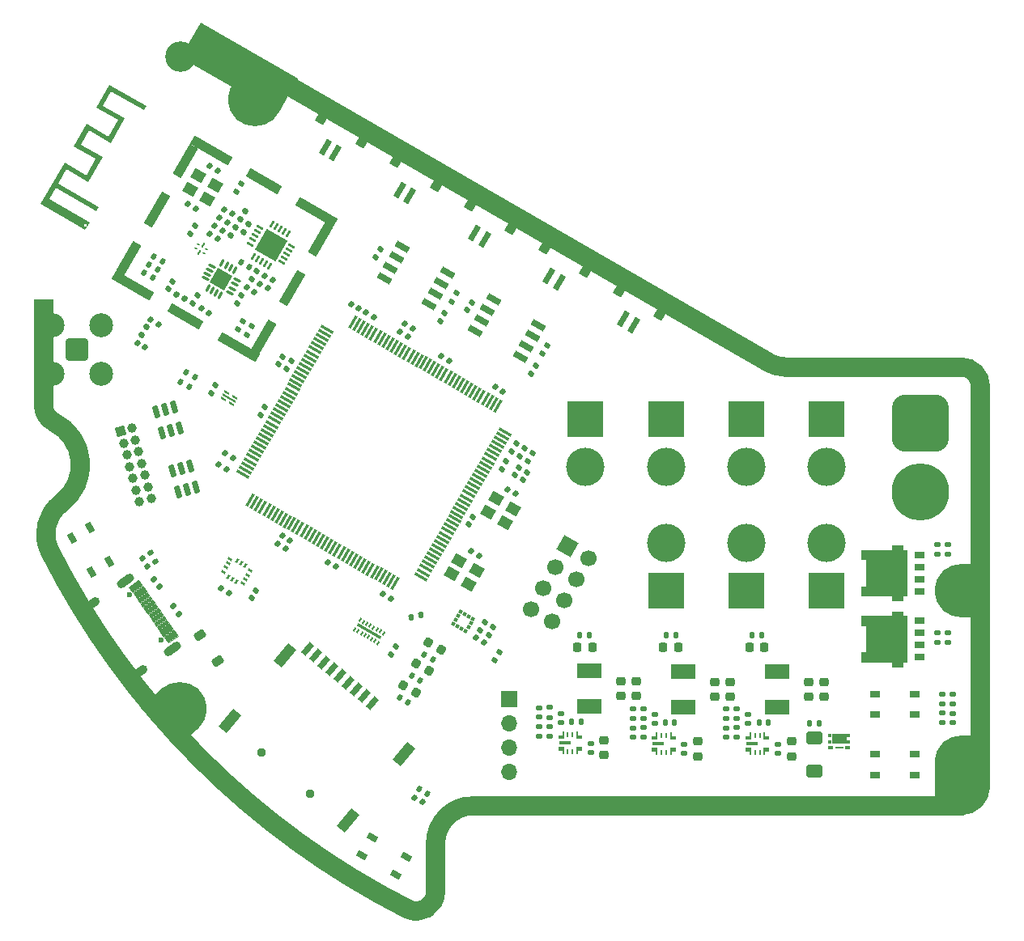
<source format=gbr>
%TF.GenerationSoftware,KiCad,Pcbnew,7.0.9*%
%TF.CreationDate,2024-01-30T02:49:12+00:00*%
%TF.ProjectId,main_PCB_v1,6d61696e-5f50-4434-925f-76312e6b6963,rev?*%
%TF.SameCoordinates,Original*%
%TF.FileFunction,Soldermask,Top*%
%TF.FilePolarity,Negative*%
%FSLAX46Y46*%
G04 Gerber Fmt 4.6, Leading zero omitted, Abs format (unit mm)*
G04 Created by KiCad (PCBNEW 7.0.9) date 2024-01-30 02:49:12*
%MOMM*%
%LPD*%
G01*
G04 APERTURE LIST*
G04 Aperture macros list*
%AMRoundRect*
0 Rectangle with rounded corners*
0 $1 Rounding radius*
0 $2 $3 $4 $5 $6 $7 $8 $9 X,Y pos of 4 corners*
0 Add a 4 corners polygon primitive as box body*
4,1,4,$2,$3,$4,$5,$6,$7,$8,$9,$2,$3,0*
0 Add four circle primitives for the rounded corners*
1,1,$1+$1,$2,$3*
1,1,$1+$1,$4,$5*
1,1,$1+$1,$6,$7*
1,1,$1+$1,$8,$9*
0 Add four rect primitives between the rounded corners*
20,1,$1+$1,$2,$3,$4,$5,0*
20,1,$1+$1,$4,$5,$6,$7,0*
20,1,$1+$1,$6,$7,$8,$9,0*
20,1,$1+$1,$8,$9,$2,$3,0*%
%AMHorizOval*
0 Thick line with rounded ends*
0 $1 width*
0 $2 $3 position (X,Y) of the first rounded end (center of the circle)*
0 $4 $5 position (X,Y) of the second rounded end (center of the circle)*
0 Add line between two ends*
20,1,$1,$2,$3,$4,$5,0*
0 Add two circle primitives to create the rounded ends*
1,1,$1,$2,$3*
1,1,$1,$4,$5*%
%AMRotRect*
0 Rectangle, with rotation*
0 The origin of the aperture is its center*
0 $1 length*
0 $2 width*
0 $3 Rotation angle, in degrees counterclockwise*
0 Add horizontal line*
21,1,$1,$2,0,0,$3*%
%AMFreePoly0*
4,1,7,0.470000,-0.025000,0.114300,-0.025000,0.114300,-0.381000,-0.114300,-0.381000,-0.114300,0.381000,0.470000,0.381000,0.470000,-0.025000,0.470000,-0.025000,$1*%
%AMFreePoly1*
4,1,7,0.114300,0.025000,0.470000,0.025000,0.470000,-0.381000,-0.114300,-0.381000,-0.114300,0.381000,0.114300,0.381000,0.114300,0.025000,0.114300,0.025000,$1*%
G04 Aperture macros list end*
%ADD10C,2.000000*%
%ADD11C,0.010000*%
%ADD12RoundRect,0.140000X0.140000X0.170000X-0.140000X0.170000X-0.140000X-0.170000X0.140000X-0.170000X0*%
%ADD13RoundRect,0.140000X-0.206244X-0.077224X0.036244X-0.217224X0.206244X0.077224X-0.036244X0.217224X0*%
%ADD14RoundRect,0.218750X0.218750X0.256250X-0.218750X0.256250X-0.218750X-0.256250X0.218750X-0.256250X0*%
%ADD15RotRect,0.650000X1.500000X60.000000*%
%ADD16R,2.500000X1.500000*%
%ADD17RotRect,0.375000X0.350000X150.000000*%
%ADD18RotRect,0.375000X0.350000X60.000000*%
%ADD19RoundRect,0.140000X0.077224X-0.206244X0.217224X0.036244X-0.077224X0.206244X-0.217224X-0.036244X0*%
%ADD20RoundRect,0.135000X-0.209413X-0.092715X0.024413X-0.227715X0.209413X0.092715X-0.024413X0.227715X0*%
%ADD21RoundRect,0.140000X-0.170000X0.140000X-0.170000X-0.140000X0.170000X-0.140000X0.170000X0.140000X0*%
%ADD22R,1.050000X0.650000*%
%ADD23RoundRect,0.135000X-0.092715X0.209413X-0.227715X-0.024413X0.092715X-0.209413X0.227715X0.024413X0*%
%ADD24RoundRect,0.140000X0.170000X-0.140000X0.170000X0.140000X-0.170000X0.140000X-0.170000X-0.140000X0*%
%ADD25RoundRect,0.140000X-0.077224X0.206244X-0.217224X-0.036244X0.077224X-0.206244X0.217224X0.036244X0*%
%ADD26RoundRect,0.225000X-0.250000X0.225000X-0.250000X-0.225000X0.250000X-0.225000X0.250000X0.225000X0*%
%ADD27RoundRect,0.135000X-0.185000X0.135000X-0.185000X-0.135000X0.185000X-0.135000X0.185000X0.135000X0*%
%ADD28RoundRect,0.140000X-0.217224X0.036244X-0.077224X-0.206244X0.217224X-0.036244X0.077224X0.206244X0*%
%ADD29RoundRect,0.150000X0.277534X-0.456214X0.012244X0.533860X-0.277534X0.456214X-0.012244X-0.533860X0*%
%ADD30RoundRect,0.135000X0.092715X-0.209413X0.227715X0.024413X-0.092715X0.209413X-0.227715X-0.024413X0*%
%ADD31RotRect,2.500000X2.500000X150.000000*%
%ADD32RoundRect,0.062500X0.229127X0.271859X0.120873X0.334359X-0.229127X-0.271859X-0.120873X-0.334359X0*%
%ADD33RoundRect,0.062500X0.334359X-0.120873X-0.271859X0.229127X-0.334359X0.120873X0.271859X-0.229127X0*%
%ADD34RotRect,0.200000X0.510000X330.000000*%
%ADD35RotRect,0.150000X0.330000X60.000000*%
%ADD36RoundRect,0.225000X0.250000X-0.225000X0.250000X0.225000X-0.250000X0.225000X-0.250000X-0.225000X0*%
%ADD37RoundRect,0.135000X-0.135000X-0.185000X0.135000X-0.185000X0.135000X0.185000X-0.135000X0.185000X0*%
%ADD38HorizOval,1.700000X0.000000X0.000000X0.000000X0.000000X0*%
%ADD39RotRect,1.700000X1.700000X330.000000*%
%ADD40HorizOval,1.000000X0.000000X0.000000X0.000000X0.000000X0*%
%ADD41RotRect,1.000000X1.000000X15.000000*%
%ADD42RoundRect,0.140000X0.206244X0.077224X-0.036244X0.217224X-0.206244X-0.077224X0.036244X-0.217224X0*%
%ADD43RoundRect,0.147500X0.075639X-0.213989X0.223139X0.041489X-0.075639X0.213989X-0.223139X-0.041489X0*%
%ADD44RotRect,0.990000X4.570000X60.000000*%
%ADD45RotRect,0.990000X3.810000X60.000000*%
%ADD46RotRect,0.990000X3.580000X330.000000*%
%ADD47RotRect,0.990000X3.810000X330.000000*%
%ADD48R,1.295400X0.355600*%
%ADD49FreePoly0,180.000000*%
%ADD50R,0.254000X0.609600*%
%ADD51FreePoly1,0.000000*%
%ADD52FreePoly0,0.000000*%
%ADD53FreePoly1,180.000000*%
%ADD54RoundRect,0.135000X0.185000X-0.135000X0.185000X0.135000X-0.185000X0.135000X-0.185000X-0.135000X0*%
%ADD55RoundRect,0.135000X0.228976X-0.004474X0.074110X0.216697X-0.228976X0.004474X-0.074110X-0.216697X0*%
%ADD56C,4.000000*%
%ADD57R,3.800000X3.800000*%
%ADD58RotRect,0.254000X0.482600X330.000000*%
%ADD59RotRect,0.254000X0.482600X60.000000*%
%ADD60RoundRect,0.250000X0.600000X-0.400000X0.600000X0.400000X-0.600000X0.400000X-0.600000X-0.400000X0*%
%ADD61RotRect,1.000000X2.700000X150.000000*%
%ADD62RotRect,0.600000X1.700000X150.000000*%
%ADD63RotRect,1.750000X1.750000X240.000000*%
%ADD64RotRect,0.300000X0.800000X240.000000*%
%ADD65RotRect,0.300000X0.800000X330.000000*%
%ADD66C,2.500000*%
%ADD67RoundRect,0.200100X0.949900X-0.949900X0.949900X0.949900X-0.949900X0.949900X-0.949900X-0.949900X0*%
%ADD68RoundRect,0.150000X-0.277534X0.456214X-0.012244X-0.533860X0.277534X-0.456214X0.012244X0.533860X0*%
%ADD69RotRect,1.100000X2.400000X320.000000*%
%ADD70RotRect,0.620000X1.400000X320.000000*%
%ADD71C,0.950000*%
%ADD72O,1.700000X1.700000*%
%ADD73R,1.700000X1.700000*%
%ADD74RotRect,0.300000X1.475000X150.000000*%
%ADD75RotRect,0.300000X1.475000X240.000000*%
%ADD76RoundRect,0.135000X-0.082518X-0.213637X0.178282X-0.143756X0.082518X0.213637X-0.178282X0.143756X0*%
%ADD77RotRect,1.300000X1.100000X150.000000*%
%ADD78RoundRect,0.218750X0.317568X0.112544X-0.061318X0.331294X-0.317568X-0.112544X0.061318X-0.331294X0*%
%ADD79RoundRect,0.135000X0.135000X0.185000X-0.135000X0.185000X-0.135000X-0.185000X0.135000X-0.185000X0*%
%ADD80C,6.000000*%
%ADD81RoundRect,1.500000X-1.500000X1.500000X-1.500000X-1.500000X1.500000X-1.500000X1.500000X1.500000X0*%
%ADD82RoundRect,0.147500X-0.213989X-0.075639X0.041489X-0.223139X0.213989X0.075639X-0.041489X0.223139X0*%
%ADD83RotRect,0.650000X1.050000X240.000000*%
%ADD84C,5.600000*%
%ADD85C,3.600000*%
%ADD86C,3.200000*%
%ADD87RoundRect,0.225000X0.436237X0.030782X0.178127X0.399400X-0.436237X-0.030782X-0.178127X-0.399400X0*%
%ADD88RotRect,1.300000X1.100000X330.000000*%
%ADD89RoundRect,0.135000X0.209413X0.092715X-0.024413X0.227715X-0.209413X-0.092715X0.024413X-0.227715X0*%
%ADD90R,1.000000X0.750000*%
%ADD91HorizOval,0.900000X-0.327661X-0.229431X0.327661X0.229431X0*%
%ADD92HorizOval,0.900000X-0.450534X-0.315467X0.450534X0.315467X0*%
%ADD93C,0.600000*%
%ADD94RotRect,0.650000X1.050000X30.000000*%
%ADD95R,1.600000X1.050000*%
%ADD96R,0.920000X0.285000*%
%ADD97R,0.350000X0.400000*%
%ADD98R,0.500000X0.400000*%
%ADD99RotRect,0.300000X2.800000X240.000000*%
%ADD100RotRect,0.200000X0.450000X150.000000*%
%ADD101RoundRect,0.135000X-0.227715X0.024413X-0.092715X-0.209413X0.227715X-0.024413X0.092715X0.209413X0*%
%ADD102RotRect,0.200000X0.600000X60.000000*%
%ADD103RotRect,0.200000X1.600000X60.000000*%
G04 APERTURE END LIST*
%TO.C,AE401*%
G36*
X115787172Y-54964918D02*
G01*
X115537172Y-55397931D01*
X112125032Y-53427931D01*
X111275032Y-54900174D01*
X113561339Y-56220174D01*
X112061339Y-58818250D01*
X109775032Y-57498250D01*
X108925032Y-58970493D01*
X111211339Y-60290493D01*
X109711339Y-62888569D01*
X107425032Y-61568569D01*
X106575032Y-63040813D01*
X110818556Y-65490813D01*
X110568556Y-65923825D01*
X106325032Y-63473825D01*
X105625032Y-64686261D01*
X109868556Y-67136261D01*
X109418556Y-67915684D01*
X109207926Y-67794076D01*
X108552736Y-67415802D01*
X109276245Y-67415802D01*
X109290619Y-67464446D01*
X109319581Y-67503870D01*
X109359134Y-67532175D01*
X109405286Y-67547458D01*
X109454042Y-67547815D01*
X109501405Y-67531348D01*
X109509132Y-67526673D01*
X109540949Y-67495780D01*
X109564565Y-67453389D01*
X109576151Y-67407522D01*
X109576265Y-67386098D01*
X109562573Y-67339345D01*
X109533721Y-67298948D01*
X109494096Y-67268529D01*
X109448082Y-67251709D01*
X109411727Y-67250227D01*
X109365804Y-67264428D01*
X109325746Y-67293620D01*
X109295260Y-67333275D01*
X109278050Y-67378863D01*
X109276245Y-67415802D01*
X108552736Y-67415802D01*
X104742019Y-65215684D01*
X107242019Y-60885557D01*
X109528326Y-62205557D01*
X110528326Y-60473506D01*
X108242019Y-59153506D01*
X109592019Y-56815237D01*
X111878326Y-58135237D01*
X112878326Y-56403187D01*
X110592019Y-55083187D01*
X111942019Y-52744918D01*
X115787172Y-54964918D01*
G37*
%TO.C,OL101*%
G36*
X131697544Y-52062050D02*
G01*
X129597544Y-55699356D01*
X119410046Y-49818356D01*
X121510046Y-46181050D01*
X131697544Y-52062050D01*
G37*
G36*
X121268312Y-120062452D02*
G01*
X118946551Y-122116573D01*
X115219048Y-117903396D01*
X117540809Y-115849275D01*
X121268312Y-120062452D01*
G37*
D10*
X201049427Y-128135129D02*
G75*
G03*
X203049427Y-126135132I10J1999990D01*
G01*
X203049427Y-84251879D02*
G75*
G03*
X201049427Y-82251879I-2000000J0D01*
G01*
X180732402Y-81715981D02*
G75*
G03*
X182732402Y-82251879I2000025J3464202D01*
G01*
X143145813Y-138964958D02*
G75*
G03*
X146049427Y-137180726I903594J1784264D01*
G01*
X150049427Y-128135132D02*
G75*
G03*
X146049427Y-132135132I-34J-3999966D01*
G01*
X105709103Y-101518010D02*
G75*
G03*
X143145813Y-138964957I75840330J38382886D01*
G01*
X106893298Y-96500385D02*
G75*
G03*
X106153118Y-88016391I-2980924J4014217D01*
G01*
X105049428Y-86228478D02*
G75*
G03*
X106153118Y-88016389I2000083J52D01*
G01*
X106893299Y-96500386D02*
G75*
G03*
X105709105Y-101518010I2384816J-3211384D01*
G01*
G36*
X200949427Y-120826479D02*
G01*
X204049427Y-120826479D01*
X204049427Y-124351879D01*
X200949427Y-124351879D01*
X200949427Y-120826479D01*
G37*
G36*
X200949427Y-102826479D02*
G01*
X204049427Y-102826479D01*
X204049427Y-108451879D01*
X200949427Y-108451879D01*
X200949427Y-102826479D01*
G37*
G36*
X198249427Y-123626479D02*
G01*
X202449427Y-123626479D01*
X202449427Y-127151879D01*
X198249427Y-127151879D01*
X198249427Y-123626479D01*
G37*
G36*
X104049427Y-75151879D02*
G01*
X106049427Y-75151879D01*
X106049427Y-78251879D01*
X104049427Y-78251879D01*
X104049427Y-75151879D01*
G37*
X203049427Y-84251879D02*
X203049427Y-126135132D01*
X201049427Y-128135132D02*
X150049427Y-128135132D01*
X182732402Y-82251879D02*
X201049427Y-82251879D01*
X146049427Y-132135132D02*
X146049427Y-137180726D01*
X127199427Y-50801879D02*
X180732402Y-81715981D01*
X105049427Y-84151879D02*
X105049427Y-86228478D01*
X105049427Y-77051879D02*
X105049427Y-84151879D01*
%TO.C,T302*%
D11*
X194899866Y-108311547D02*
X195324866Y-108311547D01*
X195324866Y-113071547D01*
X194899866Y-113071547D01*
X194899866Y-113566547D01*
X193794866Y-113566547D01*
X193794866Y-113071547D01*
X190594866Y-113071547D01*
X190594866Y-112121547D01*
X191069866Y-112121547D01*
X191069866Y-109261547D01*
X190594866Y-109261547D01*
X190594866Y-108311547D01*
X193794866Y-108311547D01*
X193794866Y-107816547D01*
X194899866Y-107816547D01*
X194899866Y-108311547D01*
G36*
X194899866Y-108311547D02*
G01*
X195324866Y-108311547D01*
X195324866Y-113071547D01*
X194899866Y-113071547D01*
X194899866Y-113566547D01*
X193794866Y-113566547D01*
X193794866Y-113071547D01*
X190594866Y-113071547D01*
X190594866Y-112121547D01*
X191069866Y-112121547D01*
X191069866Y-109261547D01*
X190594866Y-109261547D01*
X190594866Y-108311547D01*
X193794866Y-108311547D01*
X193794866Y-107816547D01*
X194899866Y-107816547D01*
X194899866Y-108311547D01*
G37*
%TO.C,J203*%
X119086209Y-110380898D02*
X118070460Y-111092133D01*
X117668957Y-110518727D01*
X118684705Y-109807492D01*
X119086209Y-110380898D01*
G36*
X119086209Y-110380898D02*
G01*
X118070460Y-111092133D01*
X117668957Y-110518727D01*
X118684705Y-109807492D01*
X119086209Y-110380898D01*
G37*
X118627348Y-109725577D02*
X117611599Y-110436811D01*
X117210096Y-109863405D01*
X118225844Y-109152170D01*
X118627348Y-109725577D01*
G36*
X118627348Y-109725577D02*
G01*
X117611599Y-110436811D01*
X117210096Y-109863405D01*
X118225844Y-109152170D01*
X118627348Y-109725577D01*
G37*
X118168487Y-109070255D02*
X117152738Y-109781490D01*
X116923307Y-109453829D01*
X117939056Y-108742594D01*
X118168487Y-109070255D01*
G36*
X118168487Y-109070255D02*
G01*
X117152738Y-109781490D01*
X116923307Y-109453829D01*
X117939056Y-108742594D01*
X118168487Y-109070255D01*
G37*
X117881698Y-108660679D02*
X116865950Y-109371914D01*
X116636519Y-109044253D01*
X117652268Y-108333018D01*
X117881698Y-108660679D01*
G36*
X117881698Y-108660679D02*
G01*
X116865950Y-109371914D01*
X116636519Y-109044253D01*
X117652268Y-108333018D01*
X117881698Y-108660679D01*
G37*
X117594910Y-108251103D02*
X116579162Y-108962338D01*
X116349731Y-108634677D01*
X117365480Y-107923442D01*
X117594910Y-108251103D01*
G36*
X117594910Y-108251103D02*
G01*
X116579162Y-108962338D01*
X116349731Y-108634677D01*
X117365480Y-107923442D01*
X117594910Y-108251103D01*
G37*
X117308122Y-107841527D02*
X116292373Y-108552762D01*
X116062943Y-108225101D01*
X117078691Y-107513866D01*
X117308122Y-107841527D01*
G36*
X117308122Y-107841527D02*
G01*
X116292373Y-108552762D01*
X116062943Y-108225101D01*
X117078691Y-107513866D01*
X117308122Y-107841527D01*
G37*
X117021334Y-107431951D02*
X116005585Y-108143186D01*
X115776155Y-107815525D01*
X116791903Y-107104290D01*
X117021334Y-107431951D01*
G36*
X117021334Y-107431951D02*
G01*
X116005585Y-108143186D01*
X115776155Y-107815525D01*
X116791903Y-107104290D01*
X117021334Y-107431951D01*
G37*
X116734545Y-107022375D02*
X115718797Y-107733610D01*
X115489366Y-107405949D01*
X116505115Y-106694714D01*
X116734545Y-107022375D01*
G36*
X116734545Y-107022375D02*
G01*
X115718797Y-107733610D01*
X115489366Y-107405949D01*
X116505115Y-106694714D01*
X116734545Y-107022375D01*
G37*
X116447757Y-106612799D02*
X115432009Y-107324034D01*
X115202578Y-106996373D01*
X116218327Y-106285138D01*
X116447757Y-106612799D01*
G36*
X116447757Y-106612799D02*
G01*
X115432009Y-107324034D01*
X115202578Y-106996373D01*
X116218327Y-106285138D01*
X116447757Y-106612799D01*
G37*
X116160969Y-106203223D02*
X115145220Y-106914458D01*
X114915790Y-106586797D01*
X115931538Y-105875562D01*
X116160969Y-106203223D01*
G36*
X116160969Y-106203223D02*
G01*
X115145220Y-106914458D01*
X114915790Y-106586797D01*
X115931538Y-105875562D01*
X116160969Y-106203223D01*
G37*
X115874181Y-105793647D02*
X114858432Y-106504882D01*
X114456929Y-105931475D01*
X115472677Y-105220240D01*
X115874181Y-105793647D01*
G36*
X115874181Y-105793647D02*
G01*
X114858432Y-106504882D01*
X114456929Y-105931475D01*
X115472677Y-105220240D01*
X115874181Y-105793647D01*
G37*
X115415320Y-105138325D02*
X114399571Y-105849560D01*
X113998068Y-105276154D01*
X115013816Y-104564919D01*
X115415320Y-105138325D01*
G36*
X115415320Y-105138325D02*
G01*
X114399571Y-105849560D01*
X113998068Y-105276154D01*
X115013816Y-104564919D01*
X115415320Y-105138325D01*
G37*
%TO.C,T301*%
X194899865Y-101411546D02*
X195324865Y-101411546D01*
X195324865Y-106171546D01*
X194899865Y-106171546D01*
X194899865Y-106666546D01*
X193794865Y-106666546D01*
X193794865Y-106171546D01*
X190594865Y-106171546D01*
X190594865Y-105221546D01*
X191069865Y-105221546D01*
X191069865Y-102361546D01*
X190594865Y-102361546D01*
X190594865Y-101411546D01*
X193794865Y-101411546D01*
X193794865Y-100916546D01*
X194899865Y-100916546D01*
X194899865Y-101411546D01*
G36*
X194899865Y-101411546D02*
G01*
X195324865Y-101411546D01*
X195324865Y-106171546D01*
X194899865Y-106171546D01*
X194899865Y-106666546D01*
X193794865Y-106666546D01*
X193794865Y-106171546D01*
X190594865Y-106171546D01*
X190594865Y-105221546D01*
X191069865Y-105221546D01*
X191069865Y-102361546D01*
X190594865Y-102361546D01*
X190594865Y-101411546D01*
X193794865Y-101411546D01*
X193794865Y-100916546D01*
X194899865Y-100916546D01*
X194899865Y-101411546D01*
G37*
%TD*%
D12*
%TO.C,C312*%
X170088779Y-119491547D03*
X171048779Y-119491547D03*
%TD*%
D13*
%TO.C,C410*%
X120969689Y-65693539D03*
X120138305Y-65213539D03*
%TD*%
D14*
%TO.C,D302*%
X169861417Y-111572770D03*
X171436417Y-111572770D03*
%TD*%
D15*
%TO.C,IC202*%
X147292773Y-72340620D03*
X146657773Y-73440472D03*
X146022773Y-74540324D03*
X145387773Y-75640176D03*
X140711235Y-72940176D03*
X141346235Y-71840324D03*
X141981235Y-70740472D03*
X142616235Y-69640620D03*
%TD*%
D16*
%TO.C,L305*%
X171968782Y-114141549D03*
X171968782Y-117841549D03*
%TD*%
D17*
%TO.C,U206*%
X148165630Y-108703789D03*
X148415630Y-108270777D03*
D18*
X148682705Y-107833189D03*
X149115718Y-108083189D03*
X149548730Y-108333189D03*
X149981743Y-108583189D03*
D17*
X149736318Y-109033277D03*
X149486318Y-109466289D03*
D18*
X149219243Y-109903877D03*
X148786230Y-109653877D03*
X148353218Y-109403877D03*
X147920205Y-109153877D03*
%TD*%
D19*
%TO.C,C218*%
X153443858Y-92086622D03*
X152963858Y-92918006D03*
%TD*%
%TO.C,C206*%
X130953034Y-81641879D03*
X130473034Y-82473263D03*
%TD*%
%TO.C,C222*%
X141884052Y-111508802D03*
X141404052Y-112340186D03*
%TD*%
D20*
%TO.C,R211*%
X144477636Y-115061577D03*
X143594290Y-114551577D03*
%TD*%
D21*
%TO.C,C204*%
X200142365Y-117461550D03*
X200142365Y-116501550D03*
%TD*%
D20*
%TO.C,R214*%
X120280095Y-84347957D03*
X119396749Y-83837957D03*
%TD*%
D22*
%TO.C,S201*%
X196182758Y-118629686D03*
X192032758Y-118629686D03*
X196182758Y-116479686D03*
X192032758Y-116479686D03*
%TD*%
D23*
%TO.C,R204*%
X152244502Y-112963982D03*
X152754502Y-112080636D03*
%TD*%
D20*
%TO.C,R404*%
X116985863Y-72053726D03*
X116102517Y-71543726D03*
%TD*%
D24*
%TO.C,C302*%
X181868779Y-121711548D03*
X181868779Y-122671548D03*
%TD*%
D12*
%TO.C,C304*%
X179888779Y-119491549D03*
X180848779Y-119491549D03*
%TD*%
D25*
%TO.C,C229*%
X126794056Y-106445437D03*
X127274056Y-105614053D03*
%TD*%
%TO.C,C408*%
X120393179Y-68282080D03*
X120873179Y-67450696D03*
%TD*%
D26*
%TO.C,C319*%
X165468782Y-116666547D03*
X165468782Y-115116547D03*
%TD*%
D27*
%TO.C,R309*%
X167768782Y-121001550D03*
X167768782Y-119981550D03*
%TD*%
D28*
%TO.C,C203*%
X115906182Y-103068262D03*
X115426182Y-102236878D03*
%TD*%
D27*
%TO.C,R312*%
X199642364Y-111101543D03*
X199642364Y-110081543D03*
%TD*%
D29*
%TO.C,U202*%
X116836191Y-86940795D03*
X117753820Y-86694917D03*
X118671450Y-86449039D03*
X119260263Y-88646521D03*
X118342634Y-88892399D03*
X117425004Y-89138277D03*
%TD*%
D21*
%TO.C,C308*%
X156868780Y-118891548D03*
X156868780Y-117931548D03*
%TD*%
D30*
%TO.C,R407*%
X125888864Y-77413272D03*
X125378864Y-78296618D03*
%TD*%
D31*
%TO.C,U401*%
X128824779Y-69478121D03*
D32*
X128722054Y-71656045D03*
X128289042Y-71406045D03*
X127856029Y-71156045D03*
X127423016Y-70906045D03*
X126990004Y-70656045D03*
D33*
X126646855Y-69375396D03*
X126896855Y-68942384D03*
X127146855Y-68509371D03*
X127396855Y-68076358D03*
X127646855Y-67643346D03*
D32*
X128927504Y-67300197D03*
X129360516Y-67550197D03*
X129793529Y-67800197D03*
X130226542Y-68050197D03*
X130659554Y-68300197D03*
D33*
X131002703Y-69580846D03*
X130752703Y-70013858D03*
X130502703Y-70446871D03*
X130252703Y-70879884D03*
X130002703Y-71312896D03*
%TD*%
D34*
%TO.C,S401*%
X121757028Y-69519828D03*
D35*
X122087050Y-69918213D03*
X121837050Y-70351225D03*
D34*
X121327028Y-70264610D03*
D35*
X120997006Y-69866225D03*
X121247006Y-69433213D03*
%TD*%
D19*
%TO.C,C228*%
X151223028Y-108933225D03*
X150743028Y-109764609D03*
%TD*%
D24*
%TO.C,C321*%
X172068777Y-121711542D03*
X172068777Y-122671542D03*
%TD*%
D36*
%TO.C,C301*%
X183268781Y-121416547D03*
X183268781Y-122966547D03*
%TD*%
D27*
%TO.C,R301*%
X177568781Y-119001549D03*
X177568781Y-117981549D03*
%TD*%
D37*
%TO.C,R303*%
X180158917Y-110272763D03*
X179138917Y-110272763D03*
%TD*%
D36*
%TO.C,C313*%
X173468783Y-121416545D03*
X173468783Y-122966545D03*
%TD*%
D38*
%TO.C,J204*%
X158227886Y-108832266D03*
X156028181Y-107562266D03*
X159497886Y-106632561D03*
X157298181Y-105362561D03*
X160767886Y-104432857D03*
X158568181Y-103162857D03*
X162037886Y-102233152D03*
D39*
X159838181Y-100963152D03*
%TD*%
D19*
%TO.C,C208*%
X130087007Y-81141884D03*
X129607007Y-81973268D03*
%TD*%
D40*
%TO.C,J205*%
X116297724Y-96013774D03*
X115070998Y-96342474D03*
X115969024Y-94787048D03*
X114742298Y-95115748D03*
X115640324Y-93560322D03*
X114413598Y-93889022D03*
X115311623Y-92333596D03*
X114084898Y-92662296D03*
X114982923Y-91106870D03*
X113756197Y-91435571D03*
X114654223Y-89880145D03*
X113427497Y-90208845D03*
X114325523Y-88653419D03*
D41*
X113098797Y-88982119D03*
%TD*%
D20*
%TO.C,R401*%
X126590623Y-71767797D03*
X125707277Y-71257797D03*
%TD*%
D42*
%TO.C,C417*%
X114859258Y-79717124D03*
X115690642Y-80197124D03*
%TD*%
D27*
%TO.C,R302*%
X177568783Y-121001547D03*
X177568783Y-119981547D03*
%TD*%
D43*
%TO.C,L401*%
X125141579Y-67657618D03*
X124656579Y-68497662D03*
%TD*%
D44*
%TO.C,SH401*%
X122568916Y-59613590D03*
D45*
X128081168Y-62796090D03*
D44*
X133610740Y-65988590D03*
D46*
X134018425Y-68862458D03*
D47*
X131083425Y-73946027D03*
D46*
X128138425Y-79046916D03*
D44*
X125445740Y-80130784D03*
D45*
X119916168Y-76938284D03*
D44*
X114403916Y-73755784D03*
D46*
X113996231Y-70881916D03*
D47*
X116941231Y-65781027D03*
D46*
X119876231Y-60697458D03*
%TD*%
D23*
%TO.C,R209*%
X147730722Y-75382072D03*
X148240722Y-74498726D03*
%TD*%
D25*
%TO.C,C414*%
X120670677Y-75601440D03*
X121150677Y-74770056D03*
%TD*%
D42*
%TO.C,C407*%
X128158128Y-72672800D03*
X128989512Y-73152800D03*
%TD*%
D48*
%TO.C,U301*%
X169368780Y-121691548D03*
D49*
X169190980Y-120866048D03*
D50*
X169673580Y-120789848D03*
X170168880Y-120789848D03*
D51*
X170651480Y-120866048D03*
D52*
X170651480Y-122517048D03*
D50*
X170168880Y-122593248D03*
X169673580Y-122593248D03*
D53*
X169190980Y-122517048D03*
%TD*%
D16*
%TO.C,L301*%
X181768782Y-114141547D03*
X181768782Y-117841547D03*
%TD*%
D26*
%TO.C,C320*%
X167068782Y-116666544D03*
X167068782Y-115116544D03*
%TD*%
D23*
%TO.C,R208*%
X157257002Y-80882070D03*
X157767002Y-79998724D03*
%TD*%
D27*
%TO.C,R310*%
X157968779Y-118901550D03*
X157968779Y-117881550D03*
%TD*%
D26*
%TO.C,C314*%
X175268778Y-116766547D03*
X175268778Y-115216547D03*
%TD*%
D42*
%TO.C,C401*%
X127658128Y-73538823D03*
X128489512Y-74018823D03*
%TD*%
D26*
%TO.C,C315*%
X176868784Y-116766549D03*
X176868784Y-115216549D03*
%TD*%
D19*
%TO.C,C207*%
X128203031Y-86405017D03*
X127723031Y-87236401D03*
%TD*%
D13*
%TO.C,C225*%
X124424879Y-105908977D03*
X123593495Y-105428977D03*
%TD*%
D30*
%TO.C,R402*%
X125720228Y-63055357D03*
X125210228Y-63938703D03*
%TD*%
D54*
%TO.C,R313*%
X198542362Y-100781548D03*
X198542362Y-101801548D03*
%TD*%
D13*
%TO.C,C231*%
X151131730Y-111051353D03*
X150300346Y-110571353D03*
%TD*%
D55*
%TO.C,R201*%
X116622660Y-104426358D03*
X117207708Y-105261894D03*
%TD*%
D26*
%TO.C,C305*%
X186668779Y-116766549D03*
X186668779Y-115216549D03*
%TD*%
D25*
%TO.C,C235*%
X154312897Y-93581407D03*
X154792897Y-92750023D03*
%TD*%
D36*
%TO.C,C316*%
X163668779Y-121316552D03*
X163668779Y-122866552D03*
%TD*%
D42*
%TO.C,C238*%
X124041122Y-91253662D03*
X124872506Y-91733662D03*
%TD*%
D14*
%TO.C,D304*%
X160861419Y-111572766D03*
X162436419Y-111572766D03*
%TD*%
D56*
%TO.C,J310*%
X186942364Y-100691544D03*
D57*
X186942364Y-105691544D03*
%TD*%
D58*
%TO.C,U204*%
X125295724Y-102540628D03*
X125728736Y-102790628D03*
X126161748Y-103040627D03*
D59*
X126672346Y-103569247D03*
X126422346Y-104002261D03*
X126172346Y-104435273D03*
X125922345Y-104868287D03*
D58*
X125209248Y-104690406D03*
X124776236Y-104440406D03*
X124343224Y-104190407D03*
D59*
X123832626Y-103661787D03*
X124082626Y-103228773D03*
X124332626Y-102795761D03*
X124582627Y-102362747D03*
%TD*%
D43*
%TO.C,L404*%
X126141576Y-65925569D03*
X125656576Y-66765613D03*
%TD*%
D60*
%TO.C,D303*%
X185668780Y-121047588D03*
X185668780Y-124547588D03*
%TD*%
D61*
%TO.C,J212*%
X169965672Y-76020013D03*
X165678846Y-73545013D03*
D62*
X165680993Y-77241294D03*
X166763525Y-77866294D03*
%TD*%
D43*
%TO.C,L403*%
X126507600Y-67291591D03*
X126022600Y-68131635D03*
%TD*%
D63*
%TO.C,U402*%
X123636514Y-73064463D03*
D64*
X125310552Y-73164944D03*
X125060552Y-73597957D03*
X124810552Y-74030969D03*
X124560552Y-74463982D03*
D65*
X123536033Y-74738501D03*
X123103020Y-74488501D03*
X122670008Y-74238501D03*
X122236995Y-73988501D03*
D64*
X121962476Y-72963982D03*
X122212476Y-72530969D03*
X122462476Y-72097957D03*
X122712476Y-71664944D03*
D65*
X123736995Y-71390425D03*
X124170008Y-71640425D03*
X124603020Y-71890425D03*
X125036033Y-72140425D03*
%TD*%
D66*
%TO.C,J401*%
X111082523Y-77918018D03*
X106002523Y-77918018D03*
X111082523Y-82998018D03*
X106002523Y-82998018D03*
D67*
X108542523Y-80458018D03*
%TD*%
D68*
%TO.C,U203*%
X120993978Y-94843637D03*
X120076349Y-95089515D03*
X119158719Y-95335393D03*
X118569906Y-93137911D03*
X119487535Y-92892033D03*
X120405165Y-92646155D03*
%TD*%
D42*
%TO.C,C202*%
X149770220Y-101489561D03*
X150601604Y-101969561D03*
%TD*%
D61*
%TO.C,J211*%
X162171442Y-71520012D03*
X157884616Y-69045012D03*
D62*
X157886763Y-72741293D03*
X158969295Y-73366293D03*
%TD*%
D69*
%TO.C,J201*%
X142708152Y-122774333D03*
X136923063Y-129668732D03*
X124551446Y-119287713D03*
X130336534Y-112393313D03*
D70*
X132679251Y-111748271D03*
X133521900Y-112455337D03*
X134364549Y-113162403D03*
X135207197Y-113869470D03*
X136049846Y-114576536D03*
X136892495Y-115283602D03*
X137735144Y-115990669D03*
X138577793Y-116697735D03*
X139420442Y-117404802D03*
D71*
X132922456Y-126860096D03*
X127866563Y-122617697D03*
%TD*%
D13*
%TO.C,C237*%
X139599046Y-77026552D03*
X138767662Y-76546552D03*
%TD*%
D42*
%TO.C,C214*%
X137208813Y-75646550D03*
X138040197Y-76126550D03*
%TD*%
D61*
%TO.C,J209*%
X146582983Y-62520013D03*
X142296157Y-60045013D03*
D62*
X142298304Y-63741294D03*
X143380836Y-64366294D03*
%TD*%
D21*
%TO.C,C323*%
X156868777Y-120871547D03*
X156868777Y-119911547D03*
%TD*%
D13*
%TO.C,C404*%
X124290734Y-67091328D03*
X123459350Y-66611328D03*
%TD*%
D25*
%TO.C,C232*%
X122573294Y-84956018D03*
X123053294Y-84124634D03*
%TD*%
D72*
%TO.C,J207*%
X153747828Y-124580131D03*
X153747828Y-122040131D03*
X153747828Y-119500131D03*
D73*
X153747828Y-116960131D03*
%TD*%
D25*
%TO.C,C223*%
X156072001Y-82934551D03*
X156552001Y-82103167D03*
%TD*%
%TO.C,C236*%
X155178922Y-94081409D03*
X155658922Y-93250025D03*
%TD*%
D20*
%TO.C,R215*%
X120875092Y-83317385D03*
X119991746Y-82807385D03*
%TD*%
D42*
%TO.C,C209*%
X123341123Y-92466098D03*
X124172507Y-92946098D03*
%TD*%
D15*
%TO.C,IC203*%
X156819053Y-77840620D03*
X156184053Y-78940472D03*
X155549053Y-80040324D03*
X154914053Y-81140176D03*
X150237515Y-78440176D03*
X150872515Y-77340324D03*
X151507515Y-76240472D03*
X152142515Y-75140620D03*
%TD*%
D13*
%TO.C,C220*%
X144689277Y-127770001D03*
X143857893Y-127290001D03*
%TD*%
D19*
%TO.C,C234*%
X155359883Y-90767971D03*
X154879883Y-91599355D03*
%TD*%
D74*
%TO.C,U201*%
X141823865Y-104913046D03*
X141390853Y-104663046D03*
X140957840Y-104413046D03*
X140524827Y-104163046D03*
X140091814Y-103913046D03*
X139658802Y-103663046D03*
X139225789Y-103413046D03*
X138792776Y-103163046D03*
X138359764Y-102913046D03*
X137926751Y-102663046D03*
X137493738Y-102413046D03*
X137060726Y-102163046D03*
X136627713Y-101913046D03*
X136194700Y-101663046D03*
X135761687Y-101413046D03*
X135328675Y-101163046D03*
X134895662Y-100913046D03*
X134462649Y-100663046D03*
X134029637Y-100413046D03*
X133596624Y-100163046D03*
X133163611Y-99913046D03*
X132730599Y-99663046D03*
X132297586Y-99413046D03*
X131864573Y-99163046D03*
X131431560Y-98913046D03*
X130998548Y-98663046D03*
X130565535Y-98413046D03*
X130132522Y-98163046D03*
X129699510Y-97913046D03*
X129266497Y-97663046D03*
X128833484Y-97413046D03*
X128400472Y-97163046D03*
X127967459Y-96913046D03*
X127534446Y-96663046D03*
X127101433Y-96413046D03*
X126668421Y-96163046D03*
D75*
X125940762Y-93447387D03*
X126190762Y-93014375D03*
X126440762Y-92581362D03*
X126690762Y-92148349D03*
X126940762Y-91715336D03*
X127190762Y-91282324D03*
X127440762Y-90849311D03*
X127690762Y-90416298D03*
X127940762Y-89983286D03*
X128190762Y-89550273D03*
X128440762Y-89117260D03*
X128690762Y-88684248D03*
X128940762Y-88251235D03*
X129190762Y-87818222D03*
X129440762Y-87385209D03*
X129690762Y-86952197D03*
X129940762Y-86519184D03*
X130190762Y-86086171D03*
X130440762Y-85653159D03*
X130690762Y-85220146D03*
X130940762Y-84787133D03*
X131190762Y-84354121D03*
X131440762Y-83921108D03*
X131690762Y-83488095D03*
X131940762Y-83055082D03*
X132190762Y-82622070D03*
X132440762Y-82189057D03*
X132690762Y-81756044D03*
X132940762Y-81323032D03*
X133190762Y-80890019D03*
X133440762Y-80457006D03*
X133690762Y-80023994D03*
X133940762Y-79590981D03*
X134190762Y-79157968D03*
X134440762Y-78724955D03*
X134690762Y-78291943D03*
D74*
X137406421Y-77564284D03*
X137839433Y-77814284D03*
X138272446Y-78064284D03*
X138705459Y-78314284D03*
X139138472Y-78564284D03*
X139571484Y-78814284D03*
X140004497Y-79064284D03*
X140437510Y-79314284D03*
X140870522Y-79564284D03*
X141303535Y-79814284D03*
X141736548Y-80064284D03*
X142169560Y-80314284D03*
X142602573Y-80564284D03*
X143035586Y-80814284D03*
X143468599Y-81064284D03*
X143901611Y-81314284D03*
X144334624Y-81564284D03*
X144767637Y-81814284D03*
X145200649Y-82064284D03*
X145633662Y-82314284D03*
X146066675Y-82564284D03*
X146499687Y-82814284D03*
X146932700Y-83064284D03*
X147365713Y-83314284D03*
X147798726Y-83564284D03*
X148231738Y-83814284D03*
X148664751Y-84064284D03*
X149097764Y-84314284D03*
X149530776Y-84564284D03*
X149963789Y-84814284D03*
X150396802Y-85064284D03*
X150829814Y-85314284D03*
X151262827Y-85564284D03*
X151695840Y-85814284D03*
X152128853Y-86064284D03*
X152561865Y-86314284D03*
D75*
X153289524Y-89029943D03*
X153039524Y-89462955D03*
X152789524Y-89895968D03*
X152539524Y-90328981D03*
X152289524Y-90761994D03*
X152039524Y-91195006D03*
X151789524Y-91628019D03*
X151539524Y-92061032D03*
X151289524Y-92494044D03*
X151039524Y-92927057D03*
X150789524Y-93360070D03*
X150539524Y-93793082D03*
X150289524Y-94226095D03*
X150039524Y-94659108D03*
X149789524Y-95092121D03*
X149539524Y-95525133D03*
X149289524Y-95958146D03*
X149039524Y-96391159D03*
X148789524Y-96824171D03*
X148539524Y-97257184D03*
X148289524Y-97690197D03*
X148039524Y-98123209D03*
X147789524Y-98556222D03*
X147539524Y-98989235D03*
X147289524Y-99422248D03*
X147039524Y-99855260D03*
X146789524Y-100288273D03*
X146539524Y-100721286D03*
X146289524Y-101154298D03*
X146039524Y-101587311D03*
X145789524Y-102020324D03*
X145539524Y-102453336D03*
X145289524Y-102886349D03*
X145039524Y-103319362D03*
X144789524Y-103752375D03*
X144539524Y-104185387D03*
%TD*%
D27*
%TO.C,R311*%
X157968781Y-120901549D03*
X157968781Y-119881549D03*
%TD*%
D56*
%TO.C,J309*%
X178542361Y-100691548D03*
D57*
X178542361Y-105691548D03*
%TD*%
D27*
%TO.C,R315*%
X198542363Y-111101547D03*
X198542363Y-110081547D03*
%TD*%
D19*
%TO.C,C406*%
X127351382Y-72230116D03*
X126871382Y-73061500D03*
%TD*%
D21*
%TO.C,C310*%
X176468781Y-120971547D03*
X176468781Y-120011547D03*
%TD*%
D56*
%TO.C,J302*%
X170142366Y-100691551D03*
D57*
X170142366Y-105691551D03*
%TD*%
D19*
%TO.C,C227*%
X149871169Y-75474706D03*
X149391169Y-76306090D03*
%TD*%
D42*
%TO.C,C403*%
X122459344Y-68343377D03*
X123290728Y-68823377D03*
%TD*%
D43*
%TO.C,L405*%
X115784433Y-78074668D03*
X115299433Y-78914712D03*
%TD*%
D76*
%TO.C,R203*%
X144513667Y-108154171D03*
X143528423Y-108418167D03*
%TD*%
D26*
%TO.C,C306*%
X185068781Y-116766546D03*
X185068781Y-115216546D03*
%TD*%
D27*
%TO.C,R206*%
X199042362Y-117491544D03*
X199042362Y-116471544D03*
%TD*%
D19*
%TO.C,C233*%
X154493862Y-90267972D03*
X154013862Y-91099356D03*
%TD*%
D77*
%TO.C,Y402*%
X122200825Y-64701149D03*
X120382171Y-63651149D03*
X121207171Y-62222207D03*
X123025825Y-63272207D03*
%TD*%
D37*
%TO.C,R304*%
X171158917Y-110272765D03*
X170138917Y-110272765D03*
%TD*%
D13*
%TO.C,C212*%
X153109041Y-84826552D03*
X152277657Y-84346552D03*
%TD*%
D57*
%TO.C,J306*%
X178542368Y-87669384D03*
D56*
X178542368Y-92669384D03*
%TD*%
D54*
%TO.C,R314*%
X199642363Y-100781544D03*
X199642363Y-101801544D03*
%TD*%
D78*
%TO.C,D203*%
X145303973Y-111035328D03*
X146667963Y-111822828D03*
%TD*%
D42*
%TO.C,C413*%
X121544024Y-76128759D03*
X122375408Y-76608759D03*
%TD*%
D79*
%TO.C,R307*%
X185158783Y-119547585D03*
X186178783Y-119547585D03*
%TD*%
D80*
%TO.C,J301*%
X196782834Y-95296321D03*
D81*
X196782834Y-88096321D03*
%TD*%
D19*
%TO.C,C230*%
X152089050Y-109433225D03*
X151609050Y-110264609D03*
%TD*%
D12*
%TO.C,C318*%
X160288783Y-119391550D03*
X161248783Y-119391550D03*
%TD*%
D13*
%TO.C,C215*%
X141415256Y-106480775D03*
X140583872Y-106000775D03*
%TD*%
D25*
%TO.C,C213*%
X149487257Y-98739663D03*
X149967257Y-97908279D03*
%TD*%
D48*
%TO.C,U303*%
X179168779Y-121691547D03*
D49*
X178990979Y-120866047D03*
D50*
X179473579Y-120789847D03*
X179968879Y-120789847D03*
D51*
X180451479Y-120866047D03*
D52*
X180451479Y-122517047D03*
D50*
X179968879Y-122593247D03*
X179473579Y-122593247D03*
D53*
X178990979Y-122517047D03*
%TD*%
D82*
%TO.C,L402*%
X119781661Y-75111257D03*
X118941617Y-74626257D03*
%TD*%
D19*
%TO.C,C409*%
X125764778Y-74778198D03*
X125284778Y-75609582D03*
%TD*%
D24*
%TO.C,C311*%
X168968782Y-118611552D03*
X168968782Y-119571552D03*
%TD*%
D83*
%TO.C,S202*%
X139408201Y-131447099D03*
X143002207Y-133522099D03*
X138333201Y-133309053D03*
X141927207Y-135384053D03*
%TD*%
D21*
%TO.C,C324*%
X166668780Y-120971545D03*
X166668780Y-120011545D03*
%TD*%
D48*
%TO.C,U302*%
X159568781Y-121591548D03*
D49*
X159390981Y-120766048D03*
D50*
X159873581Y-120689848D03*
X160368881Y-120689848D03*
D51*
X160851481Y-120766048D03*
D52*
X160851481Y-122417048D03*
D50*
X160368881Y-122493248D03*
X159873581Y-122493248D03*
D53*
X159390981Y-122417048D03*
%TD*%
D24*
%TO.C,C221*%
X200142365Y-118511545D03*
X200142365Y-119471545D03*
%TD*%
D20*
%TO.C,R213*%
X143177638Y-117313240D03*
X142294292Y-116803240D03*
%TD*%
D22*
%TO.C,S204*%
X196182756Y-124929689D03*
X192032756Y-124929689D03*
X196182756Y-122779689D03*
X192032756Y-122779689D03*
%TD*%
D84*
%TO.C,OL101*%
X119299077Y-118044467D03*
D85*
X119299077Y-118044467D03*
D84*
X201041077Y-123635467D03*
D85*
X201041077Y-123635467D03*
D84*
X201041077Y-105635467D03*
D85*
X201041077Y-105635467D03*
D84*
X127190077Y-54272467D03*
D85*
X127190077Y-54272467D03*
D86*
X119396077Y-49772467D03*
%TD*%
D42*
%TO.C,C210*%
X130018363Y-99900774D03*
X130849747Y-100380774D03*
%TD*%
D56*
%TO.C,J305*%
X186942364Y-92669384D03*
D57*
X186942364Y-87669384D03*
%TD*%
D13*
%TO.C,C219*%
X143649749Y-78210524D03*
X142818365Y-77730524D03*
%TD*%
D87*
%TO.C,D201*%
X121390073Y-110272195D03*
X123282875Y-112975397D03*
%TD*%
D88*
%TO.C,X202*%
X148539084Y-102481948D03*
X150357738Y-103531948D03*
X149532738Y-104960890D03*
X147714084Y-103910890D03*
%TD*%
D23*
%TO.C,R406*%
X126326496Y-78855279D03*
X126836496Y-77971933D03*
%TD*%
D14*
%TO.C,D301*%
X178861422Y-111572766D03*
X180436422Y-111572766D03*
%TD*%
D27*
%TO.C,R308*%
X167768780Y-119001551D03*
X167768780Y-117981551D03*
%TD*%
D24*
%TO.C,C317*%
X159168781Y-118511548D03*
X159168781Y-119471548D03*
%TD*%
D42*
%TO.C,C411*%
X122438305Y-61229821D03*
X123269689Y-61709821D03*
%TD*%
D89*
%TO.C,R207*%
X144331913Y-126408978D03*
X145215259Y-126918978D03*
%TD*%
D24*
%TO.C,C322*%
X162268781Y-121611548D03*
X162268781Y-122571548D03*
%TD*%
D54*
%TO.C,R210*%
X199042364Y-118471551D03*
X199042364Y-119491551D03*
%TD*%
D42*
%TO.C,C412*%
X126292104Y-73904850D03*
X127123488Y-74384850D03*
%TD*%
D56*
%TO.C,J307*%
X170142369Y-92669385D03*
D57*
X170142369Y-87669385D03*
%TD*%
D42*
%TO.C,C211*%
X129518364Y-100766800D03*
X130349748Y-101246800D03*
%TD*%
D21*
%TO.C,C309*%
X166668780Y-118991548D03*
X166668780Y-118031548D03*
%TD*%
D90*
%TO.C,T302*%
X196689866Y-108786547D03*
X196689866Y-110056547D03*
X196689866Y-111326547D03*
X196689866Y-112596547D03*
%TD*%
D42*
%TO.C,C201*%
X153606821Y-95044364D03*
X154438205Y-95524364D03*
%TD*%
D91*
%TO.C,J203*%
X115131884Y-114095847D03*
X110170448Y-107010181D03*
D92*
X118547748Y-111704033D03*
X113586312Y-104618368D03*
D93*
X117323281Y-110809602D03*
X114008010Y-106074903D03*
%TD*%
D61*
%TO.C,J208*%
X138788755Y-58020014D03*
X134501929Y-55545014D03*
D62*
X134504076Y-59241295D03*
X135586608Y-59866295D03*
%TD*%
D94*
%TO.C,S203*%
X110081547Y-103711364D03*
X108006547Y-100117358D03*
X111943501Y-102636364D03*
X109868501Y-99042358D03*
%TD*%
D78*
%TO.C,D202*%
X143993146Y-113280740D03*
X145357136Y-114068240D03*
%TD*%
D19*
%TO.C,C226*%
X140258286Y-69924705D03*
X139778286Y-70756089D03*
%TD*%
D13*
%TO.C,C205*%
X143149747Y-79076549D03*
X142318363Y-78596549D03*
%TD*%
D20*
%TO.C,R212*%
X145777639Y-112809907D03*
X144894293Y-112299907D03*
%TD*%
%TO.C,R403*%
X117485863Y-71187701D03*
X116602517Y-70677701D03*
%TD*%
D42*
%TO.C,C416*%
X116259253Y-77292250D03*
X117090637Y-77772250D03*
%TD*%
D95*
%TO.C,Q302*%
X188268780Y-121122586D03*
D96*
X188268780Y-122097586D03*
D97*
X189243780Y-120797586D03*
X189243780Y-121447586D03*
D98*
X189168780Y-122097586D03*
X187368780Y-122097586D03*
D97*
X187293780Y-121447586D03*
X187293780Y-120797586D03*
%TD*%
D42*
%TO.C,C216*%
X134781505Y-102650777D03*
X135612889Y-103130777D03*
%TD*%
D61*
%TO.C,J210*%
X154377214Y-67020011D03*
X150090388Y-64545011D03*
D62*
X150092535Y-68241292D03*
X151175067Y-68866292D03*
%TD*%
D30*
%TO.C,FB201*%
X156240911Y-91241988D03*
X155730911Y-92125334D03*
%TD*%
D13*
%TO.C,C402*%
X123790729Y-67957349D03*
X122959345Y-67477349D03*
%TD*%
D16*
%TO.C,L303*%
X162168784Y-114041547D03*
X162168784Y-117741547D03*
%TD*%
D56*
%TO.C,J308*%
X161742362Y-92669384D03*
D57*
X161742362Y-87669384D03*
%TD*%
D55*
%TO.C,R202*%
X118630174Y-107293391D03*
X119215222Y-108128927D03*
%TD*%
D25*
%TO.C,C415*%
X118072602Y-74101437D03*
X118552602Y-73270053D03*
%TD*%
D24*
%TO.C,C303*%
X178768779Y-118611547D03*
X178768779Y-119571547D03*
%TD*%
D25*
%TO.C,C224*%
X146535720Y-77451871D03*
X147015720Y-76620487D03*
%TD*%
D88*
%TO.C,X201*%
X152375686Y-96036751D03*
X154194340Y-97086751D03*
X153369340Y-98515693D03*
X151550686Y-97465693D03*
%TD*%
D13*
%TO.C,C405*%
X124790733Y-66225303D03*
X123959349Y-65745303D03*
%TD*%
D89*
%TO.C,R405*%
X115602515Y-72409752D03*
X116485861Y-72919752D03*
%TD*%
D78*
%TO.C,D204*%
X142693146Y-115532408D03*
X144057136Y-116319908D03*
%TD*%
D99*
%TO.C,FL201*%
X139110268Y-109913129D03*
D100*
X140035204Y-111111094D03*
X139688793Y-110911094D03*
X139342383Y-110711094D03*
X138995973Y-110511094D03*
X138649563Y-110311094D03*
X138303153Y-110111094D03*
X137956743Y-109911094D03*
X137610332Y-109711094D03*
X138185332Y-108715164D03*
X138531743Y-108915164D03*
X138878153Y-109115164D03*
X139224563Y-109315164D03*
X139570973Y-109515164D03*
X139917383Y-109715164D03*
X140263793Y-109915164D03*
X140610204Y-110115164D03*
%TD*%
D13*
%TO.C,C217*%
X147479874Y-81576549D03*
X146648490Y-81096549D03*
%TD*%
D21*
%TO.C,C307*%
X176468780Y-118991548D03*
X176468780Y-118031548D03*
%TD*%
D101*
%TO.C,R205*%
X116787210Y-102594241D03*
X116277210Y-101710895D03*
%TD*%
D102*
%TO.C,U211*%
X125091751Y-85393919D03*
X124691751Y-86086739D03*
X123825725Y-85586739D03*
D103*
X124458738Y-85490329D03*
D102*
X124225725Y-84893919D03*
%TD*%
D90*
%TO.C,T301*%
X196689865Y-101886546D03*
X196689865Y-103156546D03*
X196689865Y-104426546D03*
X196689865Y-105696546D03*
%TD*%
D37*
%TO.C,R305*%
X162158917Y-110282765D03*
X161138917Y-110282765D03*
%TD*%
M02*

</source>
